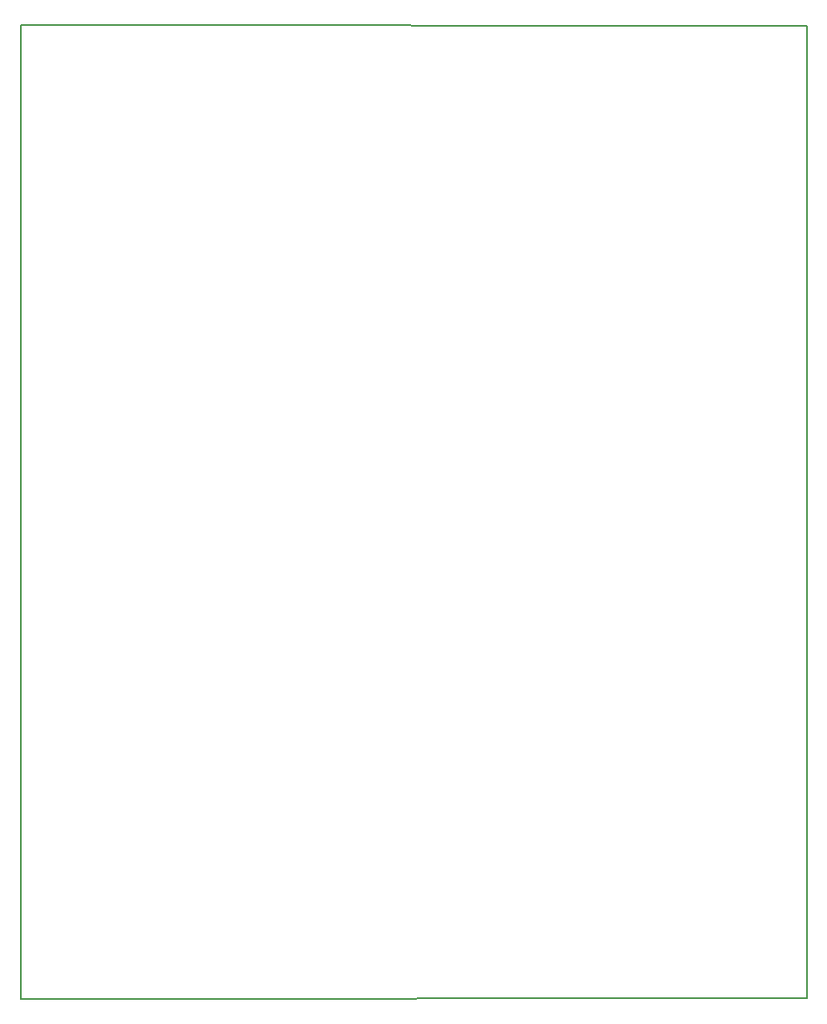
<source format=gbr>
G04 #@! TF.GenerationSoftware,KiCad,Pcbnew,5.0.0-fee4fd1~66~ubuntu16.04.1*
G04 #@! TF.CreationDate,2018-10-21T13:34:45-05:00*
G04 #@! TF.ProjectId,design_emb,64657369676E5F656D622E6B69636164,rev?*
G04 #@! TF.SameCoordinates,Original*
G04 #@! TF.FileFunction,Profile,NP*
%FSLAX46Y46*%
G04 Gerber Fmt 4.6, Leading zero omitted, Abs format (unit mm)*
G04 Created by KiCad (PCBNEW 5.0.0-fee4fd1~66~ubuntu16.04.1) date Sun Oct 21 13:34:45 2018*
%MOMM*%
%LPD*%
G01*
G04 APERTURE LIST*
%ADD10C,0.150000*%
%ADD11C,0.200000*%
G04 APERTURE END LIST*
D10*
X191249300Y-44424600D02*
X111429800Y-44348400D01*
X191249300Y-143116300D02*
X191262000Y-44450000D01*
D11*
X111480600Y-143179800D02*
X111429800Y-44373800D01*
D10*
X191249300Y-143116300D02*
X111467900Y-143205200D01*
M02*

</source>
